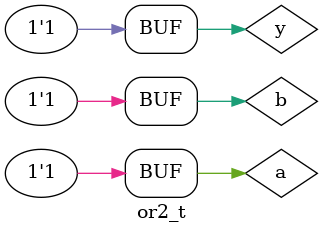
<source format=v>
module or2_t;
reg a,b;
wire y;
or or2_t(y,a,b);
initial		
begin
#000 a=0;b=0;
#100 a=0;b=1;
#100 a=1;b=0;
#100 a=1;b=1;
end
initial
begin					
$monitor($time,"a=%b, b=%b, y=%b",a,b,y); 
end
initial
begin
$dumpfile("or2_test.vcd");	
$dumpvars(0,or2_t);	
end
endmodule

</source>
